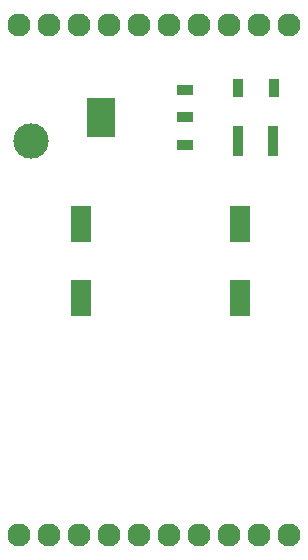
<source format=gbr>
%TF.GenerationSoftware,KiCad,Pcbnew,8.0.8*%
%TF.CreationDate,2025-02-03T20:57:14-05:00*%
%TF.ProjectId,5V Converter Module,35562043-6f6e-4766-9572-746572204d6f,rev?*%
%TF.SameCoordinates,Original*%
%TF.FileFunction,Soldermask,Top*%
%TF.FilePolarity,Negative*%
%FSLAX46Y46*%
G04 Gerber Fmt 4.6, Leading zero omitted, Abs format (unit mm)*
G04 Created by KiCad (PCBNEW 8.0.8) date 2025-02-03 20:57:14*
%MOMM*%
%LPD*%
G01*
G04 APERTURE LIST*
G04 Aperture macros list*
%AMRoundRect*
0 Rectangle with rounded corners*
0 $1 Rounding radius*
0 $2 $3 $4 $5 $6 $7 $8 $9 X,Y pos of 4 corners*
0 Add a 4 corners polygon primitive as box body*
4,1,4,$2,$3,$4,$5,$6,$7,$8,$9,$2,$3,0*
0 Add four circle primitives for the rounded corners*
1,1,$1+$1,$2,$3*
1,1,$1+$1,$4,$5*
1,1,$1+$1,$6,$7*
1,1,$1+$1,$8,$9*
0 Add four rect primitives between the rounded corners*
20,1,$1+$1,$2,$3,$4,$5,0*
20,1,$1+$1,$4,$5,$6,$7,0*
20,1,$1+$1,$6,$7,$8,$9,0*
20,1,$1+$1,$8,$9,$2,$3,0*%
G04 Aperture macros list end*
%ADD10C,0.000000*%
%ADD11C,3.000000*%
%ADD12R,1.320800X0.939800*%
%ADD13RoundRect,0.102000X-0.785000X-1.410000X0.785000X-1.410000X0.785000X1.410000X-0.785000X1.410000X0*%
%ADD14C,1.954000*%
%ADD15R,0.955600X2.500000*%
%ADD16R,0.855600X1.600000*%
G04 APERTURE END LIST*
D10*
%TO.C,U1*%
G36*
X58914300Y-34892250D02*
G01*
X56577500Y-34892250D01*
X56577500Y-31539450D01*
X58914300Y-31539450D01*
X58914300Y-34892250D01*
G37*
%TD*%
D11*
%TO.C,+5V*%
X51840000Y-35215850D03*
%TD*%
D12*
%TO.C,U1*%
X64883300Y-35514550D03*
X64883300Y-33215850D03*
X64883300Y-30917150D03*
%TD*%
D13*
%TO.C,F1*%
X56040000Y-42195850D03*
X56040000Y-48515850D03*
X69500000Y-42195850D03*
X69500000Y-48515850D03*
%TD*%
D14*
%TO.C,J1*%
X50800000Y-25400000D03*
X53340000Y-25400000D03*
X55880000Y-25400000D03*
X58420000Y-25400000D03*
X60960000Y-25400000D03*
X63500000Y-25400000D03*
X66040000Y-25400000D03*
X68580000Y-25400000D03*
X71120000Y-25400000D03*
X73660000Y-25400000D03*
%TD*%
D15*
%TO.C,C2*%
X72340000Y-35215850D03*
X69384398Y-35215850D03*
%TD*%
D14*
%TO.C,J1*%
X50800000Y-68580000D03*
X53340000Y-68580000D03*
X55880000Y-68580000D03*
X58420000Y-68580000D03*
X60960000Y-68580000D03*
X63500000Y-68580000D03*
X66040000Y-68580000D03*
X68580000Y-68580000D03*
X71120000Y-68580000D03*
X73660000Y-68580000D03*
%TD*%
D16*
%TO.C,C1*%
X72367801Y-30715850D03*
X69312199Y-30715850D03*
%TD*%
M02*

</source>
